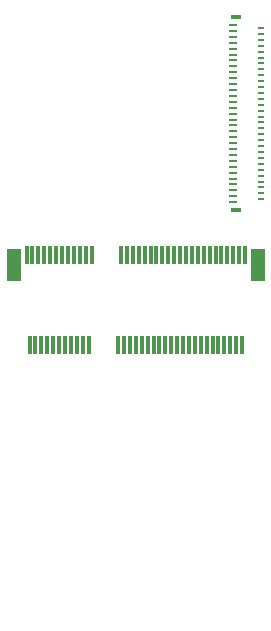
<source format=gtp>
G04*
G04 #@! TF.GenerationSoftware,Altium Limited,Altium Designer,18.0.12 (696)*
G04*
G04 Layer_Color=8421504*
%FSLAX25Y25*%
%MOIN*%
G70*
G01*
G75*
%ADD11R,0.01181X0.06102*%
%ADD12R,0.04724X0.10827*%
%ADD13R,0.02835X0.00984*%
%ADD14R,0.02244X0.00984*%
%ADD15R,0.03740X0.01575*%
G36*
X171874Y127547D02*
D01*
D02*
G37*
G36*
X148252Y226957D02*
D01*
D02*
G37*
D11*
X111835Y247724D02*
D03*
X112819Y218000D02*
D03*
X113803Y247724D02*
D03*
X114787Y218000D02*
D03*
X115772Y247724D02*
D03*
X116756Y218000D02*
D03*
X117740Y247724D02*
D03*
X118724Y218000D02*
D03*
X119709Y247724D02*
D03*
X120693Y218000D02*
D03*
X121677Y247724D02*
D03*
X122661Y218000D02*
D03*
X123646Y247724D02*
D03*
X124630Y218000D02*
D03*
X125614Y247724D02*
D03*
X126598Y218000D02*
D03*
X127583Y247724D02*
D03*
X128567Y218000D02*
D03*
X129551Y247724D02*
D03*
X130535Y218000D02*
D03*
X131520Y247724D02*
D03*
X132504Y218000D02*
D03*
X133488Y247724D02*
D03*
X142347Y218000D02*
D03*
X143331Y247724D02*
D03*
X144315Y218000D02*
D03*
X145299Y247724D02*
D03*
X146283Y218000D02*
D03*
X147268Y247724D02*
D03*
X148252Y218000D02*
D03*
X149236Y247724D02*
D03*
X150221Y218000D02*
D03*
X151205Y247724D02*
D03*
X152189Y218000D02*
D03*
X153173Y247724D02*
D03*
X154157Y218000D02*
D03*
X155142Y247724D02*
D03*
X156126Y218000D02*
D03*
X157110Y247724D02*
D03*
X158095Y218000D02*
D03*
X159079Y247724D02*
D03*
X160063Y218000D02*
D03*
X161047Y247724D02*
D03*
X162031Y218000D02*
D03*
X163016Y247724D02*
D03*
X164000Y218000D02*
D03*
X164984Y247724D02*
D03*
X165969Y218000D02*
D03*
X166953Y247724D02*
D03*
X167937Y218000D02*
D03*
X168921Y247724D02*
D03*
X169905Y218000D02*
D03*
X170890Y247724D02*
D03*
X171874Y218000D02*
D03*
X172858Y247724D02*
D03*
X173843Y218000D02*
D03*
X174827Y247724D02*
D03*
X175811Y218000D02*
D03*
X176795Y247724D02*
D03*
X177779Y218000D02*
D03*
X178764Y247724D02*
D03*
X179748Y218000D02*
D03*
X180732Y247724D02*
D03*
X181717Y218000D02*
D03*
X182701Y247724D02*
D03*
X183685Y218000D02*
D03*
X184669Y247724D02*
D03*
D12*
X189000Y244673D02*
D03*
X107504D02*
D03*
D13*
X180500Y265472D02*
D03*
Y267441D02*
D03*
Y269409D02*
D03*
Y271378D02*
D03*
Y273346D02*
D03*
Y275315D02*
D03*
Y277284D02*
D03*
Y279252D02*
D03*
Y281221D02*
D03*
Y283189D02*
D03*
Y285157D02*
D03*
Y287126D02*
D03*
Y289094D02*
D03*
Y291063D02*
D03*
Y293032D02*
D03*
Y295000D02*
D03*
Y296969D02*
D03*
Y298937D02*
D03*
Y300905D02*
D03*
Y302874D02*
D03*
Y304842D02*
D03*
Y306811D02*
D03*
Y308780D02*
D03*
Y310748D02*
D03*
Y312717D02*
D03*
Y314685D02*
D03*
Y316653D02*
D03*
Y318622D02*
D03*
Y320590D02*
D03*
Y322559D02*
D03*
Y324528D02*
D03*
D14*
X189969Y266457D02*
D03*
Y268425D02*
D03*
Y270394D02*
D03*
Y272362D02*
D03*
Y274331D02*
D03*
Y276299D02*
D03*
Y278268D02*
D03*
Y280236D02*
D03*
Y282205D02*
D03*
Y284173D02*
D03*
Y286142D02*
D03*
Y288110D02*
D03*
Y290079D02*
D03*
Y292047D02*
D03*
Y294016D02*
D03*
Y295984D02*
D03*
Y297953D02*
D03*
Y299921D02*
D03*
Y301890D02*
D03*
Y303858D02*
D03*
Y305827D02*
D03*
Y307795D02*
D03*
Y309764D02*
D03*
Y311732D02*
D03*
Y313701D02*
D03*
Y315669D02*
D03*
Y317638D02*
D03*
Y319606D02*
D03*
Y321575D02*
D03*
Y323543D02*
D03*
D15*
X181543Y262835D02*
D03*
Y327165D02*
D03*
M02*

</source>
